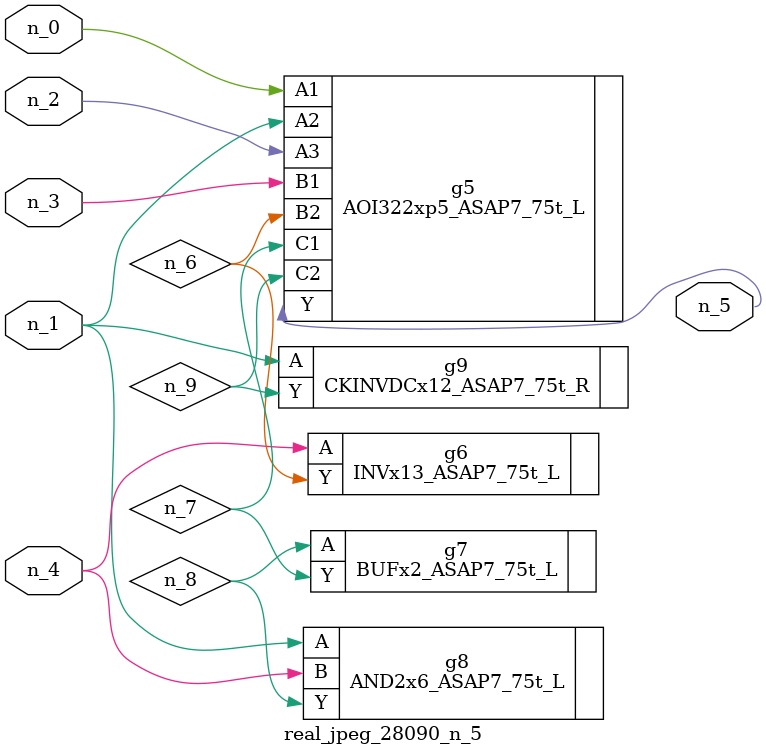
<source format=v>
module real_jpeg_28090_n_5 (n_4, n_0, n_1, n_2, n_3, n_5);

input n_4;
input n_0;
input n_1;
input n_2;
input n_3;

output n_5;

wire n_8;
wire n_6;
wire n_7;
wire n_9;

AOI322xp5_ASAP7_75t_L g5 ( 
.A1(n_0),
.A2(n_1),
.A3(n_2),
.B1(n_3),
.B2(n_6),
.C1(n_7),
.C2(n_9),
.Y(n_5)
);

AND2x6_ASAP7_75t_L g8 ( 
.A(n_1),
.B(n_4),
.Y(n_8)
);

CKINVDCx12_ASAP7_75t_R g9 ( 
.A(n_1),
.Y(n_9)
);

INVx13_ASAP7_75t_L g6 ( 
.A(n_4),
.Y(n_6)
);

BUFx2_ASAP7_75t_L g7 ( 
.A(n_8),
.Y(n_7)
);


endmodule
</source>
